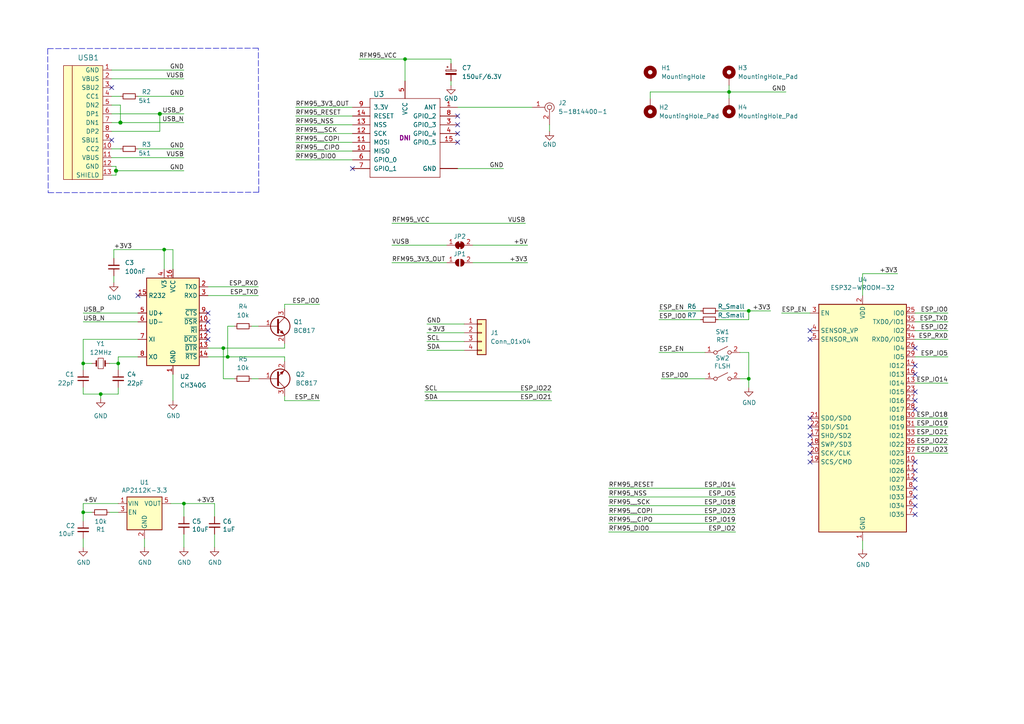
<source format=kicad_sch>
(kicad_sch (version 20211123) (generator eeschema)
  (paper "A4")
  (title_block (title "Base Station Transceiver") (date "2022-11-14") (rev "Rev 2") (company "Fiozera - fiozera.com.br") (comment 1 "https://github.com/fiozera/FZsatellite") (comment 2 "Licensed under CERN-OHL-S v2 or later"))
  (lib_symbols
    (symbol "Connector_Generic:Conn_01x04" (pin_names (offset 1.016) hide)
      (property "Reference" "J" (at 0 5.08 0))
      (property "Value" "Conn_01x04" (at 0 -7.62 0))
      (symbol "Conn_01x04_1_1"
        (rectangle (start -1.27 -4.953) (end 0 -5.207) (stroke (width 0.1524)))
        (rectangle (start -1.27 -2.413) (end 0 -2.667) (stroke (width 0.1524)))
        (rectangle (start -1.27 0.127) (end 0 -0.127) (stroke (width 0.1524)))
        (rectangle (start -1.27 2.667) (end 0 2.413) (stroke (width 0.1524)))
        (rectangle (start -1.27 3.81) (end 1.27 -6.35) (stroke (width 0.254)) (fill (type background)))
        (pin passive line (at -5.08 2.54 0) (length 3.81) (name "Pin_1") (number "1"))
        (pin passive line (at -5.08 0 0) (length 3.81) (name "Pin_2") (number "2"))
        (pin passive line (at -5.08 -2.54 0) (length 3.81) (name "Pin_3") (number "3"))
        (pin passive line (at -5.08 -5.08 0) (length 3.81) (name "Pin_4") (number "4"))
      )
    )
    (symbol "Device:C_Polarized_Small" (pin_numbers hide) (pin_names (offset 0.254) hide)
      (property "Reference" "C" (at 0.254 1.778 0))
      (property "Value" "C_Polarized_Small" (at 0.254 -2.032 0))
      (symbol "C_Polarized_Small_0_1"
        (rectangle (start -1.524 -0.3048) (end 1.524 -0.6858) (fill (type outline)))
        (rectangle (start -1.524 0.6858) (end 1.524 0.3048))
        (polyline (pts (xy -1.27 1.524) (xy -0.762 1.524)))
        (polyline (pts (xy -1.016 1.27) (xy -1.016 1.778)))
      )
      (symbol "C_Polarized_Small_1_1"
        (pin passive line (at 0 2.54 270) (length 1.8542) (name "~") (number "1"))
        (pin passive line (at 0 -2.54 90) (length 1.8542) (name "~") (number "2"))
      )
    )
    (symbol "Device:C_Small" (pin_numbers hide) (pin_names (offset 0.254) hide)
      (property "Reference" "C" (at 0.254 1.778 0))
      (property "Value" "C_Small" (at 0.254 -2.032 0))
      (symbol "C_Small_0_1"
        (polyline (pts (xy -1.524 -0.508) (xy 1.524 -0.508)) (stroke (width 0.3302)))
        (polyline (pts (xy -1.524 0.508) (xy 1.524 0.508)) (stroke (width 0.3048)))
      )
      (symbol "C_Small_1_1"
        (pin passive line (at 0 2.54 270) (length 2.032) (name "~") (number "1"))
        (pin passive line (at 0 -2.54 90) (length 2.032) (name "~") (number "2"))
      )
    )
    (symbol "Device:Crystal_Small" (pin_numbers hide) (pin_names (offset 1.016) hide)
      (property "Reference" "Y" (at 0 2.54 0))
      (property "Value" "Crystal_Small" (at 0 -2.54 0))
      (symbol "Crystal_Small_0_1"
        (rectangle (start -0.762 -1.524) (end 0.762 1.524))
        (polyline (pts (xy -1.27 -0.762) (xy -1.27 0.762)) (stroke (width 0.381)))
        (polyline (pts (xy 1.27 -0.762) (xy 1.27 0.762)) (stroke (width 0.381)))
      )
      (symbol "Crystal_Small_1_1"
        (pin passive line (at -2.54 0 0) (length 1.27) (name "1") (number "1"))
        (pin passive line (at 2.54 0 180) (length 1.27) (name "2") (number "2"))
      )
    )
    (symbol "Device:R_Small" (pin_numbers hide) (pin_names (offset 0.254) hide)
      (property "Reference" "R" (at 0.762 0.508 0))
      (property "Value" "R_Small" (at 0.762 -1.016 0))
      (symbol "R_Small_0_1"
        (rectangle (start -0.762 1.778) (end 0.762 -1.778) (stroke (width 0.2032)))
      )
      (symbol "R_Small_1_1"
        (pin passive line (at 0 2.54 270) (length 0.762) (name "~") (number "1"))
        (pin passive line (at 0 -2.54 90) (length 0.762) (name "~") (number "2"))
      )
    )
    (symbol "Interface_USB:CH340G"
      (property "Reference" "U" (at -5.08 13.97 0))
      (property "Value" "CH340G" (at 1.27 13.97 0))
      (symbol "CH340G_0_1"
        (rectangle (start -7.62 12.7) (end 7.62 -12.7) (stroke (width 0.254)) (fill (type background)))
      )
      (symbol "CH340G_1_1"
        (pin power_in line (at 0 -15.24 90) (length 2.54) (name "GND") (number "1"))
        (pin input line (at 10.16 0 180) (length 2.54) (name "~{DSR}") (number "10"))
        (pin input line (at 10.16 -2.54 180) (length 2.54) (name "~{RI}") (number "11"))
        (pin input line (at 10.16 -5.08 180) (length 2.54) (name "~{DCD}") (number "12"))
        (pin output line (at 10.16 -7.62 180) (length 2.54) (name "~{DTR}") (number "13"))
        (pin output line (at 10.16 -10.16 180) (length 2.54) (name "~{RTS}") (number "14"))
        (pin input line (at -10.16 7.62 0) (length 2.54) (name "R232") (number "15"))
        (pin power_in line (at 0 15.24 270) (length 2.54) (name "VCC") (number "16"))
        (pin output line (at 10.16 10.16 180) (length 2.54) (name "TXD") (number "2"))
        (pin input line (at 10.16 7.62 180) (length 2.54) (name "RXD") (number "3"))
        (pin passive line (at -2.54 15.24 270) (length 2.54) (name "V3") (number "4"))
        (pin bidirectional line (at -10.16 2.54 0) (length 2.54) (name "UD+") (number "5"))
        (pin bidirectional line (at -10.16 0 0) (length 2.54) (name "UD-") (number "6"))
        (pin input line (at -10.16 -5.08 0) (length 2.54) (name "XI") (number "7"))
        (pin output line (at -10.16 -10.16 0) (length 2.54) (name "XO") (number "8"))
        (pin input line (at 10.16 2.54 180) (length 2.54) (name "~{CTS}") (number "9"))
      )
    )
    (symbol "Jumper:SolderJumper_2_Bridged" (pin_names (offset 0) hide)
      (property "Reference" "JP" (at 0 2.032 0))
      (property "Value" "SolderJumper_2_Bridged" (at 0 -2.54 0))
      (symbol "SolderJumper_2_Bridged_0_1"
        (rectangle (start -0.508 0.508) (end 0.508 -0.508) (fill (type outline)))
        (arc (start -0.254 1.016) (mid -1.27 0) (end -0.254 -1.016))
        (arc (start -0.254 1.016) (mid -1.27 0) (end -0.254 -1.016) (fill (type outline)))
        (polyline (pts (xy -0.254 1.016) (xy -0.254 -1.016)))
        (polyline (pts (xy 0.254 1.016) (xy 0.254 -1.016)))
        (arc (start 0.254 -1.016) (mid 1.27 0) (end 0.254 1.016))
        (arc (start 0.254 -1.016) (mid 1.27 0) (end 0.254 1.016) (fill (type outline)))
      )
      (symbol "SolderJumper_2_Bridged_1_1"
        (pin passive line (at -3.81 0 0) (length 2.54) (name "A") (number "1"))
        (pin passive line (at 3.81 0 180) (length 2.54) (name "B") (number "2"))
      )
    )
    (symbol "Jumper:SolderJumper_2_Open" (pin_names (offset 0) hide)
      (property "Reference" "JP" (at 0 2.032 0))
      (property "Value" "SolderJumper_2_Open" (at 0 -2.54 0))
      (symbol "SolderJumper_2_Open_0_1"
        (arc (start -0.254 1.016) (mid -1.27 0) (end -0.254 -1.016))
        (arc (start -0.254 1.016) (mid -1.27 0) (end -0.254 -1.016) (fill (type outline)))
        (polyline (pts (xy -0.254 1.016) (xy -0.254 -1.016)))
        (polyline (pts (xy 0.254 1.016) (xy 0.254 -1.016)))
        (arc (start 0.254 -1.016) (mid 1.27 0) (end 0.254 1.016))
        (arc (start 0.254 -1.016) (mid 1.27 0) (end 0.254 1.016) (fill (type outline)))
      )
      (symbol "SolderJumper_2_Open_1_1"
        (pin passive line (at -3.81 0 0) (length 2.54) (name "A") (number "1"))
        (pin passive line (at 3.81 0 180) (length 2.54) (name "B") (number "2"))
      )
    )
    (symbol "Mechanical:MountingHole" (pin_names (offset 1.016))
      (property "Reference" "H" (at 0 5.08 0))
      (property "Value" "MountingHole" (at 0 3.175 0))
      (symbol "MountingHole_0_1"
        (circle (center 0 0) (radius 1.27) (stroke (width 1.27)))
      )
    )
    (symbol "Mechanical:MountingHole_Pad" (pin_numbers hide) (pin_names (offset 1.016) hide)
      (property "Reference" "H" (at 0 6.35 0))
      (property "Value" "MountingHole_Pad" (at 0 4.445 0))
      (symbol "MountingHole_Pad_0_1"
        (circle (center 0 1.27) (radius 1.27) (stroke (width 1.27)))
      )
      (symbol "MountingHole_Pad_1_1"
        (pin input line (at 0 -2.54 90) (length 2.54) (name "1") (number "1"))
      )
    )
    (symbol "RF_Module:ESP32-WROOM-32"
      (property "Reference" "U" (at -12.7 34.29 0))
      (property "Value" "ESP32-WROOM-32" (at 1.27 34.29 0))
      (symbol "ESP32-WROOM-32_0_1"
        (rectangle (start -12.7 33.02) (end 12.7 -33.02) (stroke (width 0.254)) (fill (type background)))
      )
      (symbol "ESP32-WROOM-32_1_1"
        (pin power_in line (at 0 -35.56 90) (length 2.54) (name "GND") (number "1"))
        (pin bidirectional line (at 15.24 -12.7 180) (length 2.54) (name "IO25") (number "10"))
        (pin bidirectional line (at 15.24 -15.24 180) (length 2.54) (name "IO26") (number "11"))
        (pin bidirectional line (at 15.24 -17.78 180) (length 2.54) (name "IO27") (number "12"))
        (pin bidirectional line (at 15.24 10.16 180) (length 2.54) (name "IO14") (number "13"))
        (pin bidirectional line (at 15.24 15.24 180) (length 2.54) (name "IO12") (number "14"))
        (pin passive line (at 0 -35.56 90) (length 2.54) hide (name "GND") (number "15"))
        (pin bidirectional line (at 15.24 12.7 180) (length 2.54) (name "IO13") (number "16"))
        (pin bidirectional line (at -15.24 -5.08 0) (length 2.54) (name "SHD/SD2") (number "17"))
        (pin bidirectional line (at -15.24 -7.62 0) (length 2.54) (name "SWP/SD3") (number "18"))
        (pin bidirectional line (at -15.24 -12.7 0) (length 2.54) (name "SCS/CMD") (number "19"))
        (pin power_in line (at 0 35.56 270) (length 2.54) (name "VDD") (number "2"))
        (pin bidirectional line (at -15.24 -10.16 0) (length 2.54) (name "SCK/CLK") (number "20"))
        (pin bidirectional line (at -15.24 0 0) (length 2.54) (name "SDO/SD0") (number "21"))
        (pin bidirectional line (at -15.24 -2.54 0) (length 2.54) (name "SDI/SD1") (number "22"))
        (pin bidirectional line (at 15.24 7.62 180) (length 2.54) (name "IO15") (number "23"))
        (pin bidirectional line (at 15.24 25.4 180) (length 2.54) (name "IO2") (number "24"))
        (pin bidirectional line (at 15.24 30.48 180) (length 2.54) (name "IO0") (number "25"))
        (pin bidirectional line (at 15.24 20.32 180) (length 2.54) (name "IO4") (number "26"))
        (pin bidirectional line (at 15.24 5.08 180) (length 2.54) (name "IO16") (number "27"))
        (pin bidirectional line (at 15.24 2.54 180) (length 2.54) (name "IO17") (number "28"))
        (pin bidirectional line (at 15.24 17.78 180) (length 2.54) (name "IO5") (number "29"))
        (pin input line (at -15.24 30.48 0) (length 2.54) (name "EN") (number "3"))
        (pin bidirectional line (at 15.24 0 180) (length 2.54) (name "IO18") (number "30"))
        (pin bidirectional line (at 15.24 -2.54 180) (length 2.54) (name "IO19") (number "31"))
        (pin no_connect line (at -12.7 -27.94 0) (length 2.54) hide (name "NC") (number "32"))
        (pin bidirectional line (at 15.24 -5.08 180) (length 2.54) (name "IO21") (number "33"))
        (pin bidirectional line (at 15.24 22.86 180) (length 2.54) (name "RXD0/IO3") (number "34"))
        (pin bidirectional line (at 15.24 27.94 180) (length 2.54) (name "TXD0/IO1") (number "35"))
        (pin bidirectional line (at 15.24 -7.62 180) (length 2.54) (name "IO22") (number "36"))
        (pin bidirectional line (at 15.24 -10.16 180) (length 2.54) (name "IO23") (number "37"))
        (pin passive line (at 0 -35.56 90) (length 2.54) hide (name "GND") (number "38"))
        (pin passive line (at 0 -35.56 90) (length 2.54) hide (name "GND") (number "39"))
        (pin input line (at -15.24 25.4 0) (length 2.54) (name "SENSOR_VP") (number "4"))
        (pin input line (at -15.24 22.86 0) (length 2.54) (name "SENSOR_VN") (number "5"))
        (pin input line (at 15.24 -25.4 180) (length 2.54) (name "IO34") (number "6"))
        (pin input line (at 15.24 -27.94 180) (length 2.54) (name "IO35") (number "7"))
        (pin bidirectional line (at 15.24 -20.32 180) (length 2.54) (name "IO32") (number "8"))
        (pin bidirectional line (at 15.24 -22.86 180) (length 2.54) (name "IO33") (number "9"))
      )
    )
    (symbol "Regulator_Linear:AP2112K-3.3" (pin_names (offset 0.254))
      (property "Reference" "U" (at -5.08 5.715 0))
      (property "Value" "AP2112K-3.3" (at 0 5.715 0))
      (symbol "AP2112K-3.3_0_1"
        (rectangle (start -5.08 4.445) (end 5.08 -5.08) (stroke (width 0.254)) (fill (type background)))
      )
      (symbol "AP2112K-3.3_1_1"
        (pin power_in line (at -7.62 2.54 0) (length 2.54) (name "VIN") (number "1"))
        (pin power_in line (at 0 -7.62 90) (length 2.54) (name "GND") (number "2"))
        (pin input line (at -7.62 0 0) (length 2.54) (name "EN") (number "3"))
        (pin no_connect line (at 5.08 0 180) (length 2.54) hide (name "NC") (number "4"))
        (pin power_out line (at 7.62 2.54 180) (length 2.54) (name "VOUT") (number "5"))
      )
    )
    (symbol "Switch:SW_SPST" (pin_names (offset 0) hide)
      (property "Reference" "SW" (at 0 3.175 0))
      (property "Value" "SW_SPST" (at 0 -2.54 0))
      (symbol "SW_SPST_0_0"
        (circle (center -2.032 0) (radius 0.508))
        (polyline (pts (xy -1.524 0.254) (xy 1.524 1.778)))
        (circle (center 2.032 0) (radius 0.508))
      )
      (symbol "SW_SPST_1_1"
        (pin passive line (at -5.08 0 0) (length 2.54) (name "A") (number "1"))
        (pin passive line (at 5.08 0 180) (length 2.54) (name "B") (number "2"))
      )
    )
    (symbol "Transistor_BJT:BC817" (pin_names (offset 0) hide)
      (property "Reference" "Q" (at 5.08 1.905 0))
      (property "Value" "BC817" (at 5.08 0 0))
      (symbol "BC817_0_1"
        (polyline (pts (xy 0.635 0.635) (xy 2.54 2.54)))
        (polyline (pts (xy 0.635 -0.635) (xy 2.54 -2.54) (xy 2.54 -2.54)))
        (polyline (pts (xy 0.635 1.905) (xy 0.635 -1.905) (xy 0.635 -1.905)) (stroke (width 0.508)))
        (polyline (pts (xy 1.27 -1.778) (xy 1.778 -1.27) (xy 2.286 -2.286) (xy 1.27 -1.778) (xy 1.27 -1.778)) (fill (type outline)))
        (circle (center 1.27 0) (radius 2.8194) (stroke (width 0.254)))
      )
      (symbol "BC817_1_1"
        (pin input line (at -5.08 0 0) (length 5.715) (name "B") (number "1"))
        (pin passive line (at 2.54 -5.08 90) (length 2.54) (name "E") (number "2"))
        (pin passive line (at 2.54 5.08 270) (length 2.54) (name "C") (number "3"))
      )
    )
    (symbol "Type-C:HRO-TYPE-C-31-M-12" (pin_names (offset 1.016))
      (property "Reference" "USB" (at -5.08 16.51 0))
      (property "Value" "HRO-TYPE-C-31-M-12" (at -10.16 -1.27 90))
      (symbol "HRO-TYPE-C-31-M-12_0_1"
        (rectangle (start -11.43 15.24) (end -8.89 -17.78) (fill (type background)))
        (rectangle (start 0 -17.78) (end -8.89 15.24) (fill (type background)))
      )
      (symbol "HRO-TYPE-C-31-M-12_1_1"
        (pin input line (at 2.54 13.97 180) (length 2.54) (name "GND") (number "1"))
        (pin input line (at 2.54 -8.89 180) (length 2.54) (name "CC2") (number "10"))
        (pin input line (at 2.54 -11.43 180) (length 2.54) (name "VBUS") (number "11"))
        (pin input line (at 2.54 -13.97 180) (length 2.54) (name "GND") (number "12"))
        (pin input line (at 2.54 -16.51 180) (length 2.54) (name "SHIELD") (number "13"))
        (pin input line (at 2.54 11.43 180) (length 2.54) (name "VBUS") (number "2"))
        (pin input line (at 2.54 8.89 180) (length 2.54) (name "SBU2") (number "3"))
        (pin input line (at 2.54 6.35 180) (length 2.54) (name "CC1") (number "4"))
        (pin input line (at 2.54 3.81 180) (length 2.54) (name "DN2") (number "5"))
        (pin input line (at 2.54 1.27 180) (length 2.54) (name "DP1") (number "6"))
        (pin input line (at 2.54 -1.27 180) (length 2.54) (name "DN1") (number "7"))
        (pin input line (at 2.54 -3.81 180) (length 2.54) (name "DP2") (number "8"))
        (pin input line (at 2.54 -6.35 180) (length 2.54) (name "SBU1") (number "9"))
      )
    )
    (symbol "dk_Coaxial-Connectors-RF:5-1814400-1" (pin_names (offset 1.016))
      (property "Reference" "J" (at -1.27 1.27 0))
      (property "Value" "5-1814400-1" (at 1.27 -2.54 0))
      (symbol "5-1814400-1_1_1"
        (arc (start -1.27 0) (mid -0.2487 -1.3123) (end 1.27 -0.635))
        (circle (center 0 0) (radius 0.635))
        (arc (start 1.27 0.635) (mid -0.2518 1.325) (end -1.27 0))
        (pin passive line (at 0 -5.08 90) (length 3.683) (name "~") (number "1"))
        (pin passive line (at 5.08 0 180) (length 4.445) (name "~") (number "2"))
      )
    )
    (symbol "mainboard:RFM98PW" (pin_names (offset 1.016))
      (property "Reference" "U" (at -7.62 10.16 0))
      (symbol "RFM98PW_0_0"
        (pin bidirectional line (at 17.78 -10.16 180) (length 5.08) hide (name "GND") (number "17"))
        (pin bidirectional line (at 2.54 15.24 270) (length 5.08) (name "VCC") (number "5"))
      )
      (symbol "RFM98PW_1_0"
        (polyline (pts (xy -7.62 -12.7) (xy -7.62 10.16)))
        (polyline (pts (xy -7.62 10.16) (xy 12.7 10.16)))
        (polyline (pts (xy 12.7 -12.7) (xy -7.62 -12.7)))
        (polyline (pts (xy 12.7 10.16) (xy 12.7 -12.7)))
        (pin bidirectional line (at 17.78 7.62 180) (length 5.08) (name "ANT") (number "1"))
        (pin bidirectional line (at -12.7 -5.08 0) (length 5.08) (name "MISO") (number "10"))
        (pin bidirectional line (at -12.7 -2.54 0) (length 5.08) (name "MOSI") (number "11"))
        (pin bidirectional line (at -12.7 0 0) (length 5.08) (name "SCK") (number "12"))
        (pin bidirectional line (at -12.7 2.54 0) (length 5.08) (name "NSS") (number "13"))
        (pin bidirectional line (at -12.7 5.08 0) (length 5.08) (name "RESET") (number "14"))
        (pin bidirectional line (at 17.78 -2.54 180) (length 5.08) (name "GPIO_5") (number "15"))
        (pin bidirectional line (at 17.78 -10.16 180) (length 5.08) (name "GND") (number "16"))
        (pin bidirectional line (at 17.78 -10.16 180) (length 5.08) (name "GND") (number "2"))
        (pin bidirectional line (at 17.78 2.54 180) (length 5.08) (name "GPIO_3") (number "3"))
        (pin bidirectional line (at 17.78 0 180) (length 5.08) (name "GPIO_4") (number "4"))
        (pin bidirectional line (at -12.7 -7.62 0) (length 5.08) (name "GPIO_0") (number "6"))
        (pin bidirectional line (at -12.7 -10.16 0) (length 5.08) (name "GPIO_1") (number "7"))
        (pin bidirectional line (at 17.78 5.08 180) (length 5.08) (name "GPIO_2") (number "8"))
        (pin power_in line (at -12.7 7.62 0) (length 5.08) (name "3.3V") (number "9"))
      )
    )
    (symbol "power:GND" (power) (pin_names (offset 0))
      (property "Value" "GND" (at 0 -3.81 0))
      (symbol "GND_0_1"
        (polyline (pts (xy 0 0) (xy 0 -1.27) (xy 1.27 -1.27) (xy 0 -2.54) (xy -1.27 -1.27) (xy 0 -1.27)))
      )
      (symbol "GND_1_1"
        (pin power_in line (at 0 0 270) (length 0) hide (name "GND") (number "1"))
      )
    )
  )
  (junction (at 217.17 90.17))
  (junction (at 53.34 146.05))
  (junction (at 217.17 109.855))
  (junction (at 34.29 105.41))
  (junction (at 29.21 114.3))
  (junction (at 66.04 103.505))
  (junction (at 211.455 26.67))
  (junction (at 46.355 33.02) (diameter 1.016))
  (junction (at 24.13 105.41))
  (junction (at 64.77 100.965))
  (junction (at 24.13 148.59))
  (junction (at 47.625 72.39))
  (junction (at 117.475 17.145))
  (junction (at 34.925 35.56) (diameter 1.016))
  (junction (at 33.655 49.53) (diameter 1.016))
  (no_connect (at 132.715 38.735))
  (no_connect (at 234.95 133.985))
  (no_connect (at 234.95 123.825))
  (no_connect (at 234.95 126.365))
  (no_connect (at 234.95 131.445))
  (no_connect (at 132.715 36.195))
  (no_connect (at 60.325 95.885))
  (no_connect (at 60.325 90.805))
  (no_connect (at 60.325 98.425))
  (no_connect (at 60.325 93.345))
  (no_connect (at 40.005 85.725))
  (no_connect (at 234.95 128.905))
  (no_connect (at 234.95 121.285))
  (no_connect (at 132.715 41.275))
  (no_connect (at 32.385 25.4))
  (no_connect (at 234.95 95.885))
  (no_connect (at 234.95 98.425))
  (no_connect (at 102.235 48.895))
  (no_connect (at 265.43 149.225))
  (no_connect (at 265.43 100.965))
  (no_connect (at 265.43 106.045))
  (no_connect (at 265.43 108.585))
  (no_connect (at 265.43 113.665))
  (no_connect (at 265.43 116.205))
  (no_connect (at 265.43 118.745))
  (no_connect (at 265.43 133.985))
  (no_connect (at 265.43 136.525))
  (no_connect (at 265.43 139.065))
  (no_connect (at 265.43 141.605))
  (no_connect (at 265.43 144.145))
  (no_connect (at 265.43 146.685))
  (no_connect (at 32.385 40.64))
  (no_connect (at 132.715 33.655))
  (wire (pts (xy 50.165 108.585) (xy 50.165 116.205)))
  (wire (pts (xy 265.43 103.505) (xy 274.955 103.505)))
  (wire (pts (xy 34.29 148.59) (xy 31.75 148.59)))
  (wire (pts (xy 214.63 109.855) (xy 217.17 109.855)))
  (wire (pts (xy 24.13 105.41) (xy 24.13 107.315)))
  (wire (pts (xy 265.43 90.805) (xy 274.955 90.805)))
  (wire (pts (xy 85.725 41.275) (xy 102.235 41.275)))
  (wire (pts (xy 62.23 146.05) (xy 62.23 149.86)))
  (wire (pts (xy 113.665 71.12) (xy 129.54 71.12)))
  (wire (pts (xy 62.23 158.75) (xy 62.23 154.94)))
  (wire (pts (xy 265.43 121.285) (xy 274.955 121.285)))
  (wire (pts (xy 34.29 107.315) (xy 34.29 105.41)))
  (wire (pts (xy 33.02 80.01) (xy 33.02 81.915)))
  (wire (pts (xy 34.925 27.94) (xy 32.385 27.94)))
  (wire (pts (xy 113.665 64.77) (xy 152.4 64.77)))
  (wire (pts (xy 53.34 158.75) (xy 53.34 154.94)))
  (wire (pts (xy 82.55 104.775) (xy 82.55 103.505)))
  (wire (pts (xy 132.715 31.115) (xy 154.305 31.115)))
  (wire (pts (xy 34.29 114.3) (xy 34.29 112.395)))
  (wire (pts (xy 104.14 17.145) (xy 117.475 17.145)))
  (wire (pts (xy 188.595 26.67) (xy 211.455 26.67)))
  (wire (pts (xy 191.135 90.17) (xy 203.2 90.17)))
  (wire (pts (xy 204.47 102.235) (xy 191.135 102.235)))
  (polyline (pts (xy 13.843 14.097) (xy 13.97 55.88)))
  (wire (pts (xy 41.91 156.21) (xy 41.91 158.75)))
  (wire (pts (xy 47.625 72.39) (xy 50.165 72.39)))
  (wire (pts (xy 32.385 38.1) (xy 46.355 38.1)))
  (wire (pts (xy 40.005 98.425) (xy 24.13 98.425)))
  (wire (pts (xy 130.81 17.145) (xy 117.475 17.145)))
  (wire (pts (xy 24.13 112.395) (xy 24.13 114.3)))
  (wire (pts (xy 265.43 131.445) (xy 274.955 131.445)))
  (wire (pts (xy 34.925 30.48) (xy 34.925 35.56)))
  (wire (pts (xy 82.55 89.535) (xy 82.55 88.265)))
  (wire (pts (xy 250.19 159.385) (xy 250.19 156.845)))
  (wire (pts (xy 265.43 111.125) (xy 274.955 111.125)))
  (wire (pts (xy 60.325 83.185) (xy 74.93 83.185)))
  (polyline (pts (xy 75.057 55.753) (xy 74.93 13.97)))
  (wire (pts (xy 29.21 114.3) (xy 34.29 114.3)))
  (wire (pts (xy 250.19 79.375) (xy 260.35 79.375)))
  (wire (pts (xy 82.55 99.695) (xy 82.55 100.965)))
  (wire (pts (xy 82.55 116.205) (xy 82.55 114.935)))
  (wire (pts (xy 217.17 109.855) (xy 217.17 102.235)))
  (wire (pts (xy 176.53 154.305) (xy 213.36 154.305)))
  (wire (pts (xy 176.53 149.225) (xy 213.36 149.225)))
  (wire (pts (xy 33.655 48.26) (xy 33.655 49.53)))
  (wire (pts (xy 33.655 50.8) (xy 32.385 50.8)))
  (wire (pts (xy 102.235 46.355) (xy 85.725 46.355)))
  (wire (pts (xy 123.825 101.6) (xy 134.62 101.6)))
  (wire (pts (xy 137.16 76.2) (xy 153.035 76.2)))
  (wire (pts (xy 274.955 98.425) (xy 265.43 98.425)))
  (wire (pts (xy 176.53 151.765) (xy 213.36 151.765)))
  (wire (pts (xy 265.43 126.365) (xy 274.955 126.365)))
  (wire (pts (xy 132.715 48.895) (xy 146.05 48.895)))
  (wire (pts (xy 32.385 43.18) (xy 34.925 43.18)))
  (wire (pts (xy 85.725 38.735) (xy 102.235 38.735)))
  (wire (pts (xy 40.005 103.505) (xy 34.29 103.505)))
  (wire (pts (xy 123.19 113.665) (xy 160.02 113.665)))
  (wire (pts (xy 34.29 105.41) (xy 31.75 105.41)))
  (wire (pts (xy 24.13 146.05) (xy 24.13 148.59)))
  (wire (pts (xy 211.455 26.67) (xy 211.455 28.575)))
  (wire (pts (xy 33.02 72.39) (xy 33.02 74.93)))
  (wire (pts (xy 32.385 45.72) (xy 53.34 45.72)))
  (wire (pts (xy 33.655 49.53) (xy 53.34 49.53)))
  (wire (pts (xy 53.34 27.94) (xy 40.005 27.94)))
  (wire (pts (xy 188.595 26.67) (xy 188.595 28.575)))
  (wire (pts (xy 67.945 94.615) (xy 66.04 94.615)))
  (polyline (pts (xy 13.97 55.88) (xy 75.057 55.753)))
  (polyline (pts (xy 74.93 13.97) (xy 13.843 14.097)))
  (wire (pts (xy 265.43 93.345) (xy 274.955 93.345)))
  (wire (pts (xy 176.53 141.605) (xy 213.36 141.605)))
  (wire (pts (xy 208.28 92.71) (xy 217.17 92.71)))
  (wire (pts (xy 85.725 31.115) (xy 102.235 31.115)))
  (wire (pts (xy 40.005 43.18) (xy 53.34 43.18)))
  (wire (pts (xy 32.385 35.56) (xy 34.925 35.56)))
  (wire (pts (xy 85.725 43.815) (xy 102.235 43.815)))
  (wire (pts (xy 176.53 146.685) (xy 213.36 146.685)))
  (wire (pts (xy 82.55 88.265) (xy 92.71 88.265)))
  (wire (pts (xy 53.34 149.86) (xy 53.34 146.05)))
  (wire (pts (xy 32.385 48.26) (xy 33.655 48.26)))
  (wire (pts (xy 211.455 24.765) (xy 211.455 26.67)))
  (wire (pts (xy 82.55 103.505) (xy 66.04 103.505)))
  (wire (pts (xy 117.475 17.145) (xy 117.475 23.495)))
  (wire (pts (xy 204.47 109.855) (xy 191.77 109.855)))
  (wire (pts (xy 24.13 114.3) (xy 29.21 114.3)))
  (wire (pts (xy 34.925 35.56) (xy 53.34 35.56)))
  (wire (pts (xy 66.04 103.505) (xy 60.325 103.505)))
  (wire (pts (xy 26.67 105.41) (xy 24.13 105.41)))
  (wire (pts (xy 24.13 90.805) (xy 40.005 90.805)))
  (wire (pts (xy 26.67 148.59) (xy 24.13 148.59)))
  (wire (pts (xy 159.385 36.195) (xy 159.385 38.1)))
  (wire (pts (xy 32.385 30.48) (xy 34.925 30.48)))
  (wire (pts (xy 53.34 22.86) (xy 32.385 22.86)))
  (wire (pts (xy 250.19 85.725) (xy 250.19 79.375)))
  (wire (pts (xy 47.625 72.39) (xy 47.625 78.105)))
  (wire (pts (xy 265.43 128.905) (xy 274.955 128.905)))
  (wire (pts (xy 29.21 114.3) (xy 29.21 115.57)))
  (wire (pts (xy 60.325 85.725) (xy 74.93 85.725)))
  (wire (pts (xy 265.43 95.885) (xy 274.955 95.885)))
  (wire (pts (xy 85.725 33.655) (xy 102.235 33.655)))
  (wire (pts (xy 130.81 23.495) (xy 130.81 24.765)))
  (wire (pts (xy 64.77 109.855) (xy 64.77 100.965)))
  (wire (pts (xy 123.825 93.98) (xy 134.62 93.98)))
  (wire (pts (xy 123.825 96.52) (xy 134.62 96.52)))
  (wire (pts (xy 217.17 92.71) (xy 217.17 90.17)))
  (wire (pts (xy 217.17 109.855) (xy 217.17 112.395)))
  (wire (pts (xy 49.53 146.05) (xy 53.34 146.05)))
  (wire (pts (xy 32.385 33.02) (xy 46.355 33.02)))
  (wire (pts (xy 66.04 94.615) (xy 66.04 103.505)))
  (wire (pts (xy 85.725 36.195) (xy 102.235 36.195)))
  (wire (pts (xy 130.81 17.145) (xy 130.81 18.415)))
  (wire (pts (xy 73.025 94.615) (xy 74.93 94.615)))
  (wire (pts (xy 50.165 72.39) (xy 50.165 78.105)))
  (wire (pts (xy 60.325 100.965) (xy 64.77 100.965)))
  (wire (pts (xy 64.77 100.965) (xy 82.55 100.965)))
  (wire (pts (xy 32.385 20.32) (xy 53.34 20.32)))
  (wire (pts (xy 24.13 158.75) (xy 24.13 156.21)))
  (wire (pts (xy 33.02 72.39) (xy 47.625 72.39)))
  (wire (pts (xy 24.13 148.59) (xy 24.13 151.13)))
  (wire (pts (xy 24.13 98.425) (xy 24.13 105.41)))
  (wire (pts (xy 137.16 71.12) (xy 153.035 71.12)))
  (wire (pts (xy 53.34 146.05) (xy 62.23 146.05)))
  (wire (pts (xy 123.19 116.205) (xy 160.02 116.205)))
  (wire (pts (xy 34.29 146.05) (xy 24.13 146.05)))
  (wire (pts (xy 33.655 49.53) (xy 33.655 50.8)))
  (wire (pts (xy 211.455 26.67) (xy 227.965 26.67)))
  (wire (pts (xy 191.135 92.71) (xy 203.2 92.71)))
  (wire (pts (xy 82.55 116.205) (xy 92.71 116.205)))
  (wire (pts (xy 265.43 123.825) (xy 274.955 123.825)))
  (wire (pts (xy 217.17 102.235) (xy 214.63 102.235)))
  (wire (pts (xy 176.53 144.145) (xy 213.36 144.145)))
  (wire (pts (xy 226.695 90.805) (xy 234.95 90.805)))
  (wire (pts (xy 46.355 38.1) (xy 46.355 33.02)))
  (wire (pts (xy 46.355 33.02) (xy 53.34 33.02)))
  (wire (pts (xy 113.665 76.2) (xy 129.54 76.2)))
  (wire (pts (xy 123.825 99.06) (xy 134.62 99.06)))
  (wire (pts (xy 73.025 109.855) (xy 74.93 109.855)))
  (wire (pts (xy 217.17 90.17) (xy 223.52 90.17)))
  (wire (pts (xy 24.13 93.345) (xy 40.005 93.345)))
  (wire (pts (xy 208.28 90.17) (xy 217.17 90.17)))
  (wire (pts (xy 67.945 109.855) (xy 64.77 109.855)))
  (wire (pts (xy 34.29 103.505) (xy 34.29 105.41)))
  (label "RFM95_NSS" (at 176.53 144.145 0))
  (label "VUSB" (at 152.4 64.77 180))
  (label "RFM95_RESET" (at 85.725 33.655 0))
  (label "ESP_IO14" (at 274.955 111.125 180))
  (label "+5V" (at 153.035 71.12 180))
  (label "GND" (at 227.965 26.67 180))
  (label "ESP_IO23" (at 274.955 131.445 180))
  (label "USB_N" (at 53.34 35.56 180))
  (label "RFM95__SCK" (at 176.53 146.685 0))
  (label "+3V3" (at 33.02 72.39 0))
  (label "ESP_IO0" (at 191.77 109.855 0))
  (label "RFM95_DIO0" (at 176.53 154.305 0))
  (label "VUSB" (at 53.34 45.72 180))
  (label "ESP_IO22" (at 274.955 128.905 180))
  (label "RFM95__COPI" (at 85.725 41.275 0))
  (label "ESP_IO0" (at 274.955 90.805 180))
  (label "+5V" (at 24.13 146.05 0))
  (label "+3V3" (at 123.825 96.52 0))
  (label "USB_N" (at 24.13 93.345 0))
  (label "RFM95_NSS" (at 85.725 36.195 0))
  (label "RFM95_3V3_OUT" (at 85.725 31.115 0))
  (label "ESP_RXD" (at 274.955 98.425 180))
  (label "GND" (at 53.34 20.32 180))
  (label "ESP_IO2" (at 213.36 154.305 180))
  (label "SCL" (at 123.19 113.665 0))
  (label "RFM95__COPI" (at 176.53 149.225 0))
  (label "RFM95__CIPO" (at 176.53 151.765 0))
  (label "RFM95_RESET" (at 176.53 141.605 0))
  (label "ESP_RXD" (at 74.93 83.185 180))
  (label "ESP_IO5" (at 274.955 103.505 180))
  (label "USB_P" (at 53.34 33.02 180))
  (label "RFM95_3V3_OUT" (at 113.665 76.2 0))
  (label "ESP_EN" (at 191.135 102.235 0))
  (label "VUSB" (at 53.34 22.86 180))
  (label "SCL" (at 123.825 99.06 0))
  (label "ESP_EN" (at 92.71 116.205 180))
  (label "GND" (at 146.05 48.895 180))
  (label "+3V3" (at 62.23 146.05 180))
  (label "GND" (at 123.825 93.98 0))
  (label "RFM95_DIO0" (at 85.725 46.355 0))
  (label "RFM95_VCC" (at 113.665 64.77 0))
  (label "ESP_IO0" (at 191.135 92.71 0))
  (label "ESP_IO19" (at 213.36 151.765 180))
  (label "GND" (at 53.34 27.94 180))
  (label "ESP_TXD" (at 274.955 93.345 180))
  (label "+3V3" (at 153.035 76.2 180))
  (label "ESP_EN" (at 191.135 90.17 0))
  (label "VUSB" (at 113.665 71.12 0))
  (label "RFM95_VCC" (at 104.14 17.145 0))
  (label "ESP_IO14" (at 213.36 141.605 180))
  (label "+3V3" (at 223.52 90.17 180))
  (label "ESP_IO23" (at 213.36 149.225 180))
  (label "GND" (at 53.34 43.18 180))
  (label "USB_P" (at 24.13 90.805 0))
  (label "ESP_IO18" (at 213.36 146.685 180))
  (label "ESP_IO2" (at 274.955 95.885 180))
  (label "SDA" (at 123.19 116.205 0))
  (label "ESP_IO0" (at 92.71 88.265 180))
  (label "+3V3" (at 260.35 79.375 180))
  (label "ESP_IO18" (at 274.955 121.285 180))
  (label "ESP_EN" (at 226.695 90.805 0))
  (label "RFM95__CIPO" (at 85.725 43.815 0))
  (label "RFM95__SCK" (at 85.725 38.735 0))
  (label "ESP_IO5" (at 213.36 144.145 180))
  (label "ESP_IO21" (at 160.02 116.205 180))
  (label "ESP_IO19" (at 274.955 123.825 180))
  (label "ESP_TXD" (at 74.93 85.725 180))
  (label "ESP_IO22" (at 160.02 113.665 180))
  (label "GND" (at 53.34 49.53 180))
  (label "ESP_IO21" (at 274.955 126.365 180))
  (label "SDA" (at 123.825 101.6 0))
  (symbol (lib_id "power:GND") (at 50.165 116.205 0) (unit 1)
    (property "Reference" "#PWR0106" (effects hide))
    (property "Value" "GND" (at 50.292 120.5992 0))
  )
  (symbol (lib_id "dk_Coaxial-Connectors-RF:5-1814400-1") (at 159.385 31.115 270) (unit 1)
    (property "Reference" "J2" (at 161.925 29.8448 90) (effects (justify left)))
    (property "Value" "5-1814400-1" (at 161.925 32.3848 90) (effects (justify left)))
    (property "Footprint" "digikey-footprints:RF_SMA_RightAngle_5-1814400-1" (effects hide))
    (property "Datasheet" "https://www.te.com/commerce/DocumentDelivery/DDEController?Action=srchrtrv&DocNm=1814400&DocType=Customer+Drawing&DocLang=English" (effects hide))
    (property "Digi-Key_PN" "A97593-ND" (effects hide))
    (property "MPN" "5-1814400-1" (effects hide))
    (property "Category" "Connectors, Interconnects" (effects hide))
    (property "Family" "Coaxial Connectors (RF)" (effects hide))
    (property "DK_Datasheet_Link" "https://www.te.com/commerce/DocumentDelivery/DDEController?Action=srchrtrv&DocNm=1814400&DocType=Customer+Drawing&DocLang=English" (effects hide))
    (property "DK_Detail_Page" "/product-detail/en/te-connectivity-amp-connectors/5-1814400-1/A97593-ND/1755981" (effects hide))
    (property "Description" "CONN SMA JACK R/A 50 OHM PCB" (effects hide))
    (property "Manufacturer" "TE Connectivity AMP Connectors" (effects hide))
    (property "Status" "Active" (effects hide))
  )
  (symbol (lib_id "power:GND") (at 250.19 159.385 0) (unit 1)
    (property "Reference" "#PWR0102" (effects hide))
    (property "Value" "GND" (at 250.317 163.7792 0))
  )
  (symbol (lib_id "Transistor_BJT:BC817") (at 80.01 94.615 0) (unit 1)
    (property "Reference" "Q1" (at 85.09 93.3449 0) (effects (justify left)))
    (property "Value" "BC817" (at 85.09 95.8849 0) (effects (justify left)))
    (property "Footprint" "Package_TO_SOT_SMD:SOT-23" (effects hide))
    (property "Datasheet" "https://www.onsemi.com/pub/Collateral/BC818-D.pdf" (effects hide))
  )
  (symbol (lib_id "Device:C_Small") (at 24.13 153.67 0) (mirror y) (unit 1)
    (property "Reference" "C2" (at 21.7932 152.5016 0) (effects (justify left)))
    (property "Value" "10uF" (at 21.7932 154.813 0) (effects (justify left)))
    (property "Footprint" "Capacitor_SMD:C_0603_1608Metric" (effects hide))
  )
  (symbol (lib_id "mainboard:RFM98PW") (at 114.935 38.735 0) (unit 1)
    (property "Reference" "U3" (at 109.855 27.305 0) (effects (font (size 1.4986 1.4986))))
    (property "Value" "RFM98PW" (effects hide))
    (property "Footprint" "Fiozera:RFM95PW" (effects hide))
    (property "DNI" "DNI" (at 117.475 40.005 0) (effects (font bold)))
  )
  (symbol (lib_id "power:GND") (at 53.34 158.75 0) (unit 1)
    (property "Reference" "#PWR0111" (effects hide))
    (property "Value" "GND" (at 53.467 163.1442 0))
  )
  (symbol (lib_id "Device:R_Small") (at 205.74 90.17 270) (unit 1)
    (property "Reference" "R6" (at 200.66 88.9 90))
    (property "Value" "R_Small" (at 212.09 88.9 90))
    (property "Footprint" "Resistor_SMD:R_0603_1608Metric" (effects hide))
  )
  (symbol (lib_id "Regulator_Linear:AP2112K-3.3") (at 41.91 148.59 0) (unit 1)
    (property "Reference" "U1" (at 41.91 139.9032 0))
    (property "Value" "AP2112K-3.3" (at 41.91 142.2146 0))
    (property "Footprint" "Package_TO_SOT_SMD:SOT-23-5" (effects hide))
    (property "Datasheet" "https://www.diodes.com/assets/Datasheets/AP2112.pdf" (effects hide))
  )
  (symbol (lib_id "Device:C_Small") (at 34.29 109.855 0) (mirror y) (unit 1)
    (property "Reference" "C4" (at 36.83 108.5912 0) (effects (justify right)))
    (property "Value" "22pF" (at 36.83 111.1312 0) (effects (justify right)))
    (property "Footprint" "Capacitor_SMD:C_0603_1608Metric" (effects hide))
  )
  (symbol (lib_id "power:GND") (at 130.81 24.765 0) (unit 1)
    (property "Reference" "#PWR0105" (effects hide))
    (property "Value" "GND" (at 130.81 28.575 0))
  )
  (symbol (lib_id "Type-C:HRO-TYPE-C-31-M-12") (at 29.845 34.29 0) (unit 1)
    (property "Reference" "USB1" (at 25.6032 16.7386 0) (effects (font (size 1.524 1.524))))
    (property "Value" "HRO-TYPE-C-31-M-12" (effects hide))
    (property "Footprint" "Type-C:HRO-TYPE-C-31-M-12-HandSoldering" (effects hide))
  )
  (symbol (lib_id "Mechanical:MountingHole_Pad") (at 188.595 31.115 180) (unit 1)
    (property "Reference" "H2" (at 191.135 31.1149 0) (effects (justify right)))
    (property "Value" "MountingHole_Pad" (at 191.135 33.6549 0) (effects (justify right)))
    (property "Footprint" "MountingHole:MountingHole_3.2mm_M3_DIN965_Pad_TopOnly" (effects hide))
  )
  (symbol (lib_id "Device:R_Small") (at 70.485 109.855 90) (unit 1)
    (property "Reference" "R5" (at 70.485 104.14 90))
    (property "Value" "10k" (at 70.485 106.68 90))
    (property "Footprint" "Resistor_SMD:R_0603_1608Metric" (effects hide))
  )
  (symbol (lib_id "Device:R_Small") (at 70.485 94.615 90) (unit 1)
    (property "Reference" "R4" (at 70.485 88.9 90))
    (property "Value" "10k" (at 70.485 91.44 90))
    (property "Footprint" "Resistor_SMD:R_0603_1608Metric" (effects hide))
  )
  (symbol (lib_id "power:GND") (at 24.13 158.75 0) (unit 1)
    (property "Reference" "#PWR0109" (effects hide))
    (property "Value" "GND" (at 24.257 163.1442 0))
  )
  (symbol (lib_id "power:GND") (at 217.17 112.395 0) (unit 1)
    (property "Reference" "#PWR0101" (effects hide))
    (property "Value" "GND" (at 217.297 116.7892 0))
  )
  (symbol (lib_id "power:GND") (at 159.385 38.1 0) (unit 1)
    (property "Reference" "#PWR0103" (effects hide))
    (property "Value" "GND" (at 159.385 41.91 0))
  )
  (symbol (lib_id "Device:Crystal_Small") (at 29.21 105.41 0) (unit 1)
    (property "Reference" "Y1" (at 29.21 99.695 0))
    (property "Value" "12MHz" (at 29.21 102.235 0))
    (property "Footprint" "Crystal:Crystal_SMD_HC49-SD" (effects hide))
  )
  (symbol (lib_id "power:GND") (at 41.91 158.75 0) (unit 1)
    (property "Reference" "#PWR0108" (effects hide))
    (property "Value" "GND" (at 42.037 163.1442 0))
  )
  (symbol (lib_id "Device:C_Small") (at 24.13 109.855 0) (mirror x) (unit 1)
    (property "Reference" "C1" (at 21.59 108.5785 0) (effects (justify right)))
    (property "Value" "22pF" (at 21.59 111.1185 0) (effects (justify right)))
    (property "Footprint" "Capacitor_SMD:C_0603_1608Metric" (effects hide))
  )
  (symbol (lib_id "Mechanical:MountingHole_Pad") (at 211.455 31.115 180) (unit 1)
    (property "Reference" "H4" (at 213.995 31.1149 0) (effects (justify right)))
    (property "Value" "MountingHole_Pad" (at 213.995 33.6549 0) (effects (justify right)))
    (property "Footprint" "MountingHole:MountingHole_3.2mm_M3_DIN965_Pad_TopOnly" (effects hide))
  )
  (symbol (lib_id "Switch:SW_SPST") (at 209.55 109.855 0) (unit 1)
    (property "Reference" "SW2" (at 209.55 103.886 0))
    (property "Value" "FLSH" (at 209.55 106.1974 0))
    (property "Footprint" "Button_Switch_SMD:SW_SPST_FSMSM" (effects hide))
  )
  (symbol (lib_id "Interface_USB:CH340G") (at 50.165 93.345 0) (unit 1)
    (property "Reference" "U2" (at 52.1844 109.22 0) (effects (justify left)))
    (property "Value" "CH340G" (at 52.1844 111.76 0) (effects (justify left)))
    (property "Footprint" "Package_SO:SOIC-16_3.9x9.9mm_P1.27mm" (effects hide))
    (property "Datasheet" "http://www.datasheet5.com/pdf-local-2195953" (effects hide))
  )
  (symbol (lib_id "Switch:SW_SPST") (at 209.55 102.235 0) (unit 1)
    (property "Reference" "SW1" (at 209.55 96.266 0))
    (property "Value" "RST" (at 209.55 98.5774 0))
    (property "Footprint" "Button_Switch_SMD:SW_SPST_FSMSM" (effects hide))
  )
  (symbol (lib_id "Transistor_BJT:BC817") (at 80.01 109.855 0) (mirror x) (unit 1)
    (property "Reference" "Q2" (at 85.725 108.5849 0) (effects (justify left)))
    (property "Value" "BC817" (at 85.725 111.1249 0) (effects (justify left)))
    (property "Footprint" "Package_TO_SOT_SMD:SOT-23" (effects hide))
    (property "Datasheet" "https://www.onsemi.com/pub/Collateral/BC818-D.pdf" (effects hide))
  )
  (symbol (lib_id "power:GND") (at 29.21 115.57 0) (unit 1)
    (property "Reference" "#PWR0107" (effects hide))
    (property "Value" "GND" (at 29.21 120.65 0))
  )
  (symbol (lib_id "Device:R_Small") (at 29.21 148.59 90) (unit 1)
    (property "Reference" "R1" (at 29.21 153.5684 90))
    (property "Value" "10k" (at 29.21 151.257 90))
    (property "Footprint" "Resistor_SMD:R_0603_1608Metric" (effects hide))
  )
  (symbol (lib_id "Mechanical:MountingHole_Pad") (at 211.455 22.225 0) (unit 1)
    (property "Reference" "H3" (at 213.995 19.6849 0) (effects (justify left)))
    (property "Value" "MountingHole_Pad" (at 213.995 22.2249 0) (effects (justify left)))
    (property "Footprint" "MountingHole:MountingHole_3.2mm_M3_DIN965_Pad_TopOnly" (effects hide))
  )
  (symbol (lib_id "Device:R_Small") (at 37.465 27.94 90) (unit 1)
    (property "Reference" "R2" (at 43.815 26.67 90) (effects (justify left)))
    (property "Value" "5k1" (at 43.815 29.21 90) (effects (justify left)))
    (property "Footprint" "Resistor_SMD:R_0603_1608Metric" (effects hide))
  )
  (symbol (lib_id "Jumper:SolderJumper_2_Open") (at 133.35 76.2 0) (unit 1)
    (property "Reference" "JP1" (at 133.35 73.66 0))
    (property "Value" "SolderJumper_2_Open" (effects hide))
    (property "Footprint" "Jumper:SolderJumper-2_P1.3mm_Open_RoundedPad1.0x1.5mm" (effects hide))
  )
  (symbol (lib_id "Device:C_Polarized_Small") (at 130.81 20.955 0) (unit 1)
    (property "Reference" "C7" (at 133.985 19.6849 0) (effects (justify left)))
    (property "Value" "150uF{slash}6.3V" (at 133.985 22.2249 0) (effects (justify left)))
    (property "Footprint" "Capacitor_Tantalum_SMD:CP_EIA-7343-15_Kemet-W" (effects hide))
    (property "Datasheet" "https://br.mouser.com/datasheet/2/212/1/KEM_T2076_T52X_530-1104134.pdf" (effects hide))
    (property "Mouser Part" "80-T520V157M006E025" (effects hide))
  )
  (symbol (lib_id "power:GND") (at 62.23 158.75 0) (unit 1)
    (property "Reference" "#PWR0110" (effects hide))
    (property "Value" "GND" (at 62.357 163.1442 0))
  )
  (symbol (lib_id "Device:C_Small") (at 53.34 152.4 0) (unit 1)
    (property "Reference" "C5" (at 55.6768 151.2316 0) (effects (justify left)))
    (property "Value" "10uF" (at 55.6768 153.543 0) (effects (justify left)))
    (property "Footprint" "Capacitor_SMD:C_0603_1608Metric" (effects hide))
  )
  (symbol (lib_id "Connector_Generic:Conn_01x04") (at 139.7 96.52 0) (unit 1)
    (property "Reference" "J1" (at 142.24 96.5199 0) (effects (justify left)))
    (property "Value" "Conn_01x04" (at 142.24 99.0599 0) (effects (justify left)))
    (property "Footprint" "Connector_PinHeader_2.54mm:PinHeader_1x04_P2.54mm_Vertical" (effects hide))
  )
  (symbol (lib_id "power:GND") (at 33.02 81.915 0) (unit 1)
    (property "Reference" "#PWR0104" (effects hide))
    (property "Value" "GND" (at 33.147 86.3092 0))
  )
  (symbol (lib_id "Mechanical:MountingHole") (at 188.595 20.955 0) (unit 1)
    (property "Reference" "H1" (at 191.77 19.6849 0) (effects (justify left)))
    (property "Value" "MountingHole" (at 191.77 22.2249 0) (effects (justify left)))
    (property "Footprint" "MountingHole:MountingHole_3.2mm_M3" (effects hide))
  )
  (symbol (lib_id "Jumper:SolderJumper_2_Bridged") (at 133.35 71.12 0) (unit 1)
    (property "Reference" "JP2" (at 133.35 68.58 0))
    (property "Value" "SolderJumper_2_Bridged" (effects hide))
    (property "Footprint" "Jumper:SolderJumper-2_P1.3mm_Bridged_RoundedPad1.0x1.5mm" (effects hide))
  )
  (symbol (lib_id "Device:C_Small") (at 62.23 152.4 0) (unit 1)
    (property "Reference" "C6" (at 64.5668 151.2316 0) (effects (justify left)))
    (property "Value" "1uF" (at 64.5668 153.543 0) (effects (justify left)))
    (property "Footprint" "Capacitor_SMD:C_0603_1608Metric" (effects hide))
  )
  (symbol (lib_id "Device:C_Small") (at 33.02 77.47 180) (unit 1)
    (property "Reference" "C3" (at 36.195 76.1935 0) (effects (justify right)))
    (property "Value" "100nF" (at 36.195 78.7335 0) (effects (justify right)))
    (property "Footprint" "Capacitor_SMD:C_0603_1608Metric" (effects hide))
  )
  (symbol (lib_id "Device:R_Small") (at 205.74 92.71 270) (unit 1)
    (property "Reference" "R7" (at 200.66 91.44 90))
    (property "Value" "R_Small" (at 212.09 91.44 90))
    (property "Footprint" "Resistor_SMD:R_0603_1608Metric" (effects hide))
  )
  (symbol (lib_id "RF_Module:ESP32-WROOM-32") (at 250.19 121.285 0) (unit 1)
    (property "Reference" "U4" (at 250.19 81.1276 0))
    (property "Value" "ESP32-WROOM-32" (at 250.19 83.439 0))
    (property "Footprint" "RF_Module:ESP32-WROOM-32" (effects hide))
    (property "Datasheet" "https://www.espressif.com/sites/default/files/documentation/esp32-wroom-32_datasheet_en.pdf" (effects hide))
  )
  (symbol (lib_id "Device:R_Small") (at 37.465 43.18 90) (unit 1)
    (property "Reference" "R3" (at 43.815 41.91 90) (effects (justify left)))
    (property "Value" "5k1" (at 43.815 44.45 90) (effects (justify left)))
    (property "Footprint" "Resistor_SMD:R_0603_1608Metric" (effects hide))
  )
)
</source>
